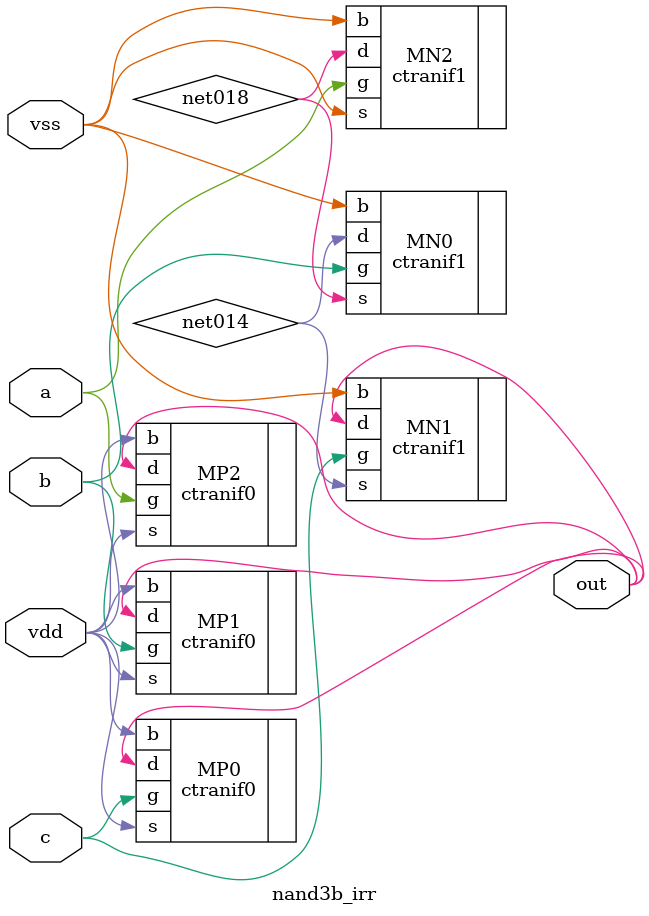
<source format=sv>

`timescale 1ns / 1ns 

module nand3b_irr ( out, a, b, c, vdd, vss );

output  out;

input  a, b, c, vdd, vss;


specify 
    specparam CDS_LIBNAME  = "MIPS25";
    specparam CDS_CELLNAME = "nand3b_irr";
    specparam CDS_VIEWNAME = "schematic";
endspecify

ctranif1  MN2 ( .b(vss), .d(net018), .g(a), .s(vss));
ctranif1  MN0 ( .b(vss), .d(net014), .g(b), .s(net018));
ctranif1  MN1 ( .b(vss), .d(out), .g(c), .s(net014));
ctranif0  MP2 ( .b(vdd), .s(vdd), .g(a), .d(out));
ctranif0  MP0 ( .b(vdd), .s(vdd), .g(c), .d(out));
ctranif0  MP1 ( .b(vdd), .s(vdd), .g(b), .d(out));

endmodule

</source>
